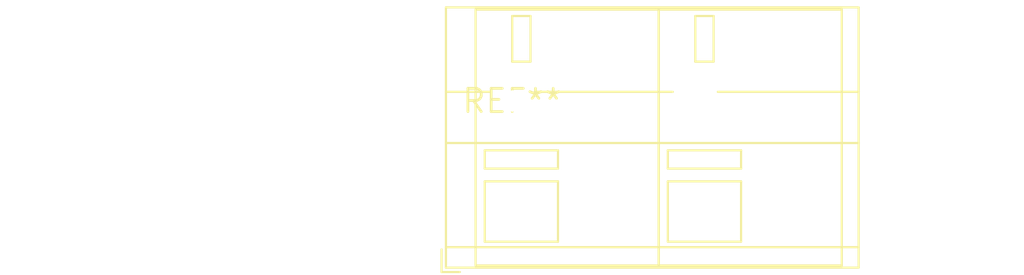
<source format=kicad_pcb>
(kicad_pcb (version 20240108) (generator pcbnew)
  (layers (0 "F.Cu" signal) (31 "B.Cu" signal) (34 "B.Paste" user) (35 "F.Paste" user) (36 "B.SilkS" user "B.Silkscreen") (37 "F.SilkS" user "F.Silkscreen") (38 "B.Mask" user) (39 "F.Mask" user) (44 "Edge.Cuts" user))
  (net 0 "")
  (footprint "TerminalBlock_WAGO_236-302_1x02_P10.00mm_45Degree" (layer "F.Cu") (at 0 0)
    (property "Reference" "REF**")
    (property "Value" "TerminalBlock_WAGO_236-302_1x02_P10.00mm_45Degree")
    (fp_line (start -3.86 8.12) (end -3.86 9.36) (layer "F.SilkS") (stroke (width 0.12)))
    (fp_line (start -3.86 9.36) (end -2.86 9.36) (layer "F.SilkS") (stroke (width 0.12)))
    (fp_line (start -3.62 -5.12) (end -3.62 9.12) (layer "F.SilkS") (stroke (width 0.12)))
    (fp_line (start -3.62 -5.12) (end 18.92 -5.12) (layer "F.SilkS") (stroke (width 0.12)))
    (fp_line (start -3.62 -0.5) (end -1.23 -0.5) (layer "F.SilkS") (stroke (width 0.12)))
    (fp_line (start -3.62 2.3) (end 18.92 2.3) (layer "F.SilkS") (stroke (width 0.12)))
    (fp_line (start -3.62 8) (end 18.92 8) (layer "F.SilkS") (stroke (width 0.12)))
    (fp_line (start -3.62 9.12) (end 18.92 9.12) (layer "F.SilkS") (stroke (width 0.12)))
    (fp_line (start -2 -5) (end -2 9) (layer "F.SilkS") (stroke (width 0.12)))
    (fp_line (start -2 -5) (end 8 -5) (layer "F.SilkS") (stroke (width 0.12)))
    (fp_line (start -2 9) (end 8 9) (layer "F.SilkS") (stroke (width 0.12)))
    (fp_line (start -1.5 2.7) (end -1.5 3.7) (layer "F.SilkS") (stroke (width 0.12)))
    (fp_line (start -1.5 2.7) (end 2.5 2.7) (layer "F.SilkS") (stroke (width 0.12)))
    (fp_line (start -1.5 3.7) (end 2.5 3.7) (layer "F.SilkS") (stroke (width 0.12)))
    (fp_line (start -1.5 4.4) (end -1.5 7.7) (layer "F.SilkS") (stroke (width 0.12)))
    (fp_line (start -1.5 4.4) (end 2.5 4.4) (layer "F.SilkS") (stroke (width 0.12)))
    (fp_line (start -1.5 7.7) (end 2.5 7.7) (layer "F.SilkS") (stroke (width 0.12)))
    (fp_line (start 0 -4.65) (end 0 -2.151) (layer "F.SilkS") (stroke (width 0.12)))
    (fp_line (start 0 -4.65) (end 1 -4.65) (layer "F.SilkS") (stroke (width 0.12)))
    (fp_line (start 0 -2.151) (end 1 -2.151) (layer "F.SilkS") (stroke (width 0.12)))
    (fp_line (start 1 -4.65) (end 1 -2.151) (layer "F.SilkS") (stroke (width 0.12)))
    (fp_line (start 1.23 -0.5) (end 8.77 -0.5) (layer "F.SilkS") (stroke (width 0.12)))
    (fp_line (start 2.5 2.7) (end 2.5 3.7) (layer "F.SilkS") (stroke (width 0.12)))
    (fp_line (start 2.5 4.4) (end 2.5 7.7) (layer "F.SilkS") (stroke (width 0.12)))
    (fp_line (start 8 -5) (end 8 9) (layer "F.SilkS") (stroke (width 0.12)))
    (fp_line (start 8 -5) (end 8 9) (layer "F.SilkS") (stroke (width 0.12)))
    (fp_line (start 8 -5) (end 18 -5) (layer "F.SilkS") (stroke (width 0.12)))
    (fp_line (start 8 9) (end 18 9) (layer "F.SilkS") (stroke (width 0.12)))
    (fp_line (start 8.5 2.7) (end 8.5 3.7) (layer "F.SilkS") (stroke (width 0.12)))
    (fp_line (start 8.5 2.7) (end 12.5 2.7) (layer "F.SilkS") (stroke (width 0.12)))
    (fp_line (start 8.5 3.7) (end 12.5 3.7) (layer "F.SilkS") (stroke (width 0.12)))
    (fp_line (start 8.5 4.4) (end 8.5 7.7) (layer "F.SilkS") (stroke (width 0.12)))
    (fp_line (start 8.5 4.4) (end 12.5 4.4) (layer "F.SilkS") (stroke (width 0.12)))
    (fp_line (start 8.5 7.7) (end 12.5 7.7) (layer "F.SilkS") (stroke (width 0.12)))
    (fp_line (start 10 -4.65) (end 10 -2.151) (layer "F.SilkS") (stroke (width 0.12)))
    (fp_line (start 10 -4.65) (end 11 -4.65) (layer "F.SilkS") (stroke (width 0.12)))
    (fp_line (start 10 -2.151) (end 11 -2.151) (layer "F.SilkS") (stroke (width 0.12)))
    (fp_line (start 11 -4.65) (end 11 -2.151) (layer "F.SilkS") (stroke (width 0.12)))
    (fp_line (start 11.23 -0.5) (end 18.92 -0.5) (layer "F.SilkS") (stroke (width 0.12)))
    (fp_line (start 12.5 2.7) (end 12.5 3.7) (layer "F.SilkS") (stroke (width 0.12)))
    (fp_line (start 12.5 4.4) (end 12.5 7.7) (layer "F.SilkS") (stroke (width 0.12)))
    (fp_line (start 18 -5) (end 18 9) (layer "F.SilkS") (stroke (width 0.12)))
    (fp_line (start 18.92 -5.12) (end 18.92 9.12) (layer "F.SilkS") (stroke (width 0.12)))
    (pad "1" thru_hole rect (at 0 0) (size 1.5 3) (drill 1.15) (layers *.Cu *.Mask) (remove_unused_layers))
    (pad "2" thru_hole oval (at 10 0) (size 1.5 3) (drill 1.15) (layers *.Cu *.Mask) (remove_unused_layers))
  )
)
</source>
